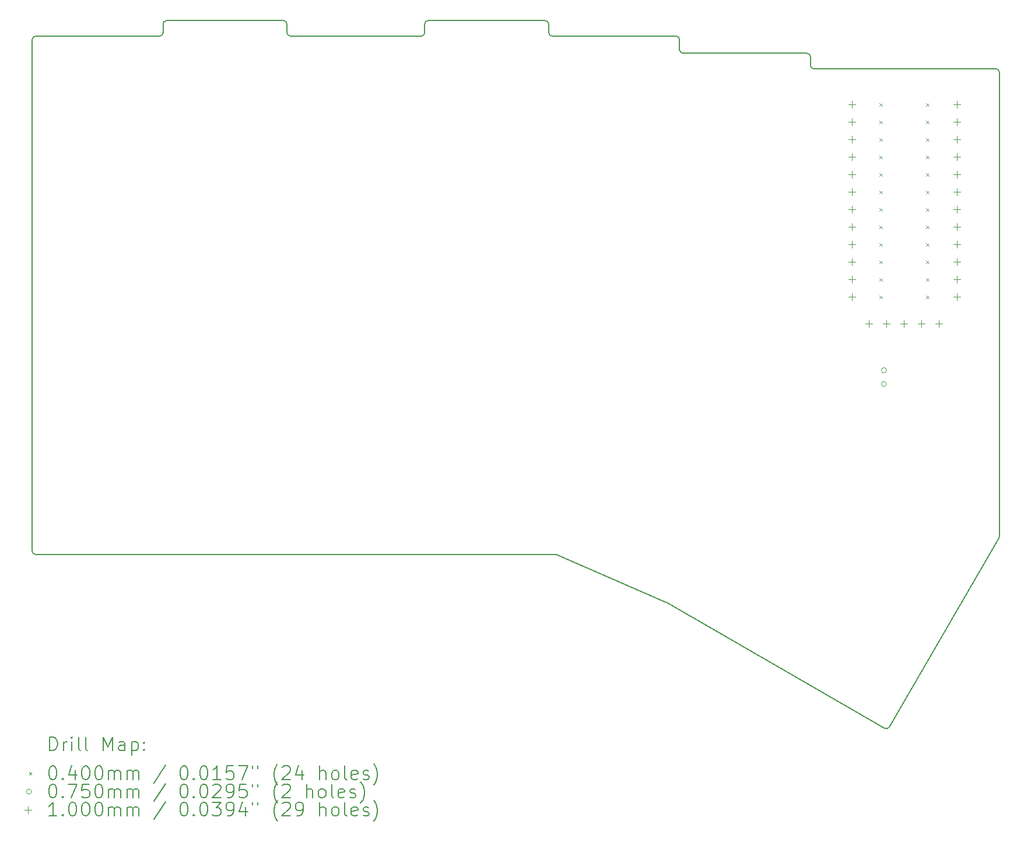
<source format=gbr>
%TF.GenerationSoftware,KiCad,Pcbnew,8.0.8+1*%
%TF.CreationDate,2025-06-17T15:49:30+00:00*%
%TF.ProjectId,eggada50_wireless,65676761-6461-4353-905f-776972656c65,0.2*%
%TF.SameCoordinates,Original*%
%TF.FileFunction,Drillmap*%
%TF.FilePolarity,Positive*%
%FSLAX45Y45*%
G04 Gerber Fmt 4.5, Leading zero omitted, Abs format (unit mm)*
G04 Created by KiCad (PCBNEW 8.0.8+1) date 2025-06-17 15:49:30*
%MOMM*%
%LPD*%
G01*
G04 APERTURE LIST*
%ADD10C,0.150000*%
%ADD11C,0.200000*%
%ADD12C,0.100000*%
G04 APERTURE END LIST*
D10*
X9108199Y-10874001D02*
X9108001Y-3449001D01*
X9158001Y-3399000D02*
X10958000Y-3399000D01*
X11008000Y-3349000D02*
X11008000Y-3223800D01*
X11058000Y-3173800D02*
X12758200Y-3173800D01*
X12808200Y-3223800D02*
X12808200Y-3349000D01*
X12858200Y-3399000D02*
X14758000Y-3399000D01*
X14808000Y-3349000D02*
X14808000Y-3223800D01*
X14858000Y-3173800D02*
X16558200Y-3173800D01*
X16608200Y-3223800D02*
X16608200Y-3349000D01*
X16658200Y-3399000D02*
X18458200Y-3399000D01*
X18508200Y-3449000D02*
X18508200Y-3598800D01*
X18558200Y-3648800D02*
X20358222Y-3648800D01*
X20408222Y-3698778D02*
X20408278Y-3824022D01*
X23119800Y-10734660D02*
X21553171Y-13431110D01*
X18316542Y-11620019D02*
X21484938Y-13449293D01*
X18311391Y-11617429D02*
X16717699Y-10928109D01*
X9158199Y-10924000D02*
X16697850Y-10924000D01*
X20458278Y-3874000D02*
X23101300Y-3874000D01*
X23151300Y-3924000D02*
X23151300Y-10666703D01*
X23144601Y-10691703D02*
X23119800Y-10734660D01*
X9108001Y-3449001D02*
G75*
G02*
X9158001Y-3399001I49999J1D01*
G01*
X11008000Y-3349000D02*
G75*
G02*
X10958000Y-3399000I-50000J0D01*
G01*
X11008000Y-3223800D02*
G75*
G02*
X11058000Y-3173800I50000J0D01*
G01*
X12758200Y-3173800D02*
G75*
G02*
X12808200Y-3223800I0J-50000D01*
G01*
X12858200Y-3399000D02*
G75*
G02*
X12808200Y-3349000I0J50000D01*
G01*
X14808000Y-3349000D02*
G75*
G02*
X14758000Y-3399000I-50000J0D01*
G01*
X14808000Y-3223800D02*
G75*
G02*
X14858000Y-3173800I50000J0D01*
G01*
X16558200Y-3173800D02*
G75*
G02*
X16608200Y-3223800I0J-50000D01*
G01*
X16658200Y-3399000D02*
G75*
G02*
X16608200Y-3349000I0J50000D01*
G01*
X18458200Y-3399000D02*
G75*
G02*
X18508200Y-3449000I0J-50000D01*
G01*
X18558200Y-3648800D02*
G75*
G02*
X18508200Y-3598800I0J50000D01*
G01*
X20358222Y-3648800D02*
G75*
G02*
X20408220Y-3698778I-2J-50000D01*
G01*
X20458278Y-3874000D02*
G75*
G02*
X20408280Y-3824022I2J50000D01*
G01*
X23101300Y-3874000D02*
G75*
G02*
X23151300Y-3924000I0J-50000D01*
G01*
X23151300Y-10666703D02*
G75*
G02*
X23144600Y-10691702I-50000J3D01*
G01*
X21553171Y-13431110D02*
G75*
G02*
X21484940Y-13449290I-43231J25120D01*
G01*
X18311391Y-11617429D02*
G75*
G02*
X18316542Y-11620019I-19851J-45891D01*
G01*
X16697850Y-10924000D02*
G75*
G02*
X16717699Y-10928109I0J-50000D01*
G01*
X9158199Y-10924000D02*
G75*
G02*
X9108200Y-10874001I1J50000D01*
G01*
D11*
D12*
X21410400Y-4372000D02*
X21450400Y-4412000D01*
X21450400Y-4372000D02*
X21410400Y-4412000D01*
X21410400Y-4626000D02*
X21450400Y-4666000D01*
X21450400Y-4626000D02*
X21410400Y-4666000D01*
X21410400Y-4880000D02*
X21450400Y-4920000D01*
X21450400Y-4880000D02*
X21410400Y-4920000D01*
X21410400Y-5134000D02*
X21450400Y-5174000D01*
X21450400Y-5134000D02*
X21410400Y-5174000D01*
X21410400Y-5388000D02*
X21450400Y-5428000D01*
X21450400Y-5388000D02*
X21410400Y-5428000D01*
X21410400Y-5642000D02*
X21450400Y-5682000D01*
X21450400Y-5642000D02*
X21410400Y-5682000D01*
X21410400Y-5896000D02*
X21450400Y-5936000D01*
X21450400Y-5896000D02*
X21410400Y-5936000D01*
X21410400Y-6150000D02*
X21450400Y-6190000D01*
X21450400Y-6150000D02*
X21410400Y-6190000D01*
X21410400Y-6404000D02*
X21450400Y-6444000D01*
X21450400Y-6404000D02*
X21410400Y-6444000D01*
X21410400Y-6658000D02*
X21450400Y-6698000D01*
X21450400Y-6658000D02*
X21410400Y-6698000D01*
X21410400Y-6912000D02*
X21450400Y-6952000D01*
X21450400Y-6912000D02*
X21410400Y-6952000D01*
X21410400Y-7166000D02*
X21450400Y-7206000D01*
X21450400Y-7166000D02*
X21410400Y-7206000D01*
X22090400Y-4372000D02*
X22130400Y-4412000D01*
X22130400Y-4372000D02*
X22090400Y-4412000D01*
X22090400Y-4626000D02*
X22130400Y-4666000D01*
X22130400Y-4626000D02*
X22090400Y-4666000D01*
X22090400Y-4880000D02*
X22130400Y-4920000D01*
X22130400Y-4880000D02*
X22090400Y-4920000D01*
X22090400Y-5134000D02*
X22130400Y-5174000D01*
X22130400Y-5134000D02*
X22090400Y-5174000D01*
X22090400Y-5388000D02*
X22130400Y-5428000D01*
X22130400Y-5388000D02*
X22090400Y-5428000D01*
X22090400Y-5642000D02*
X22130400Y-5682000D01*
X22130400Y-5642000D02*
X22090400Y-5682000D01*
X22090400Y-5896000D02*
X22130400Y-5936000D01*
X22130400Y-5896000D02*
X22090400Y-5936000D01*
X22090400Y-6150000D02*
X22130400Y-6190000D01*
X22130400Y-6150000D02*
X22090400Y-6190000D01*
X22090400Y-6404000D02*
X22130400Y-6444000D01*
X22130400Y-6404000D02*
X22090400Y-6444000D01*
X22090400Y-6658000D02*
X22130400Y-6698000D01*
X22130400Y-6658000D02*
X22090400Y-6698000D01*
X22090400Y-6912000D02*
X22130400Y-6952000D01*
X22130400Y-6912000D02*
X22090400Y-6952000D01*
X22090400Y-7166000D02*
X22130400Y-7206000D01*
X22130400Y-7166000D02*
X22090400Y-7206000D01*
X21512500Y-8250000D02*
G75*
G02*
X21437500Y-8250000I-37500J0D01*
G01*
X21437500Y-8250000D02*
G75*
G02*
X21512500Y-8250000I37500J0D01*
G01*
X21512500Y-8450000D02*
G75*
G02*
X21437500Y-8450000I-37500J0D01*
G01*
X21437500Y-8450000D02*
G75*
G02*
X21512500Y-8450000I37500J0D01*
G01*
X21008400Y-4342000D02*
X21008400Y-4442000D01*
X20958400Y-4392000D02*
X21058400Y-4392000D01*
X21008400Y-4596000D02*
X21008400Y-4696000D01*
X20958400Y-4646000D02*
X21058400Y-4646000D01*
X21008400Y-4850000D02*
X21008400Y-4950000D01*
X20958400Y-4900000D02*
X21058400Y-4900000D01*
X21008400Y-5104000D02*
X21008400Y-5204000D01*
X20958400Y-5154000D02*
X21058400Y-5154000D01*
X21008400Y-5358000D02*
X21008400Y-5458000D01*
X20958400Y-5408000D02*
X21058400Y-5408000D01*
X21008400Y-5612000D02*
X21008400Y-5712000D01*
X20958400Y-5662000D02*
X21058400Y-5662000D01*
X21008400Y-5866000D02*
X21008400Y-5966000D01*
X20958400Y-5916000D02*
X21058400Y-5916000D01*
X21008400Y-6120000D02*
X21008400Y-6220000D01*
X20958400Y-6170000D02*
X21058400Y-6170000D01*
X21008400Y-6374000D02*
X21008400Y-6474000D01*
X20958400Y-6424000D02*
X21058400Y-6424000D01*
X21008400Y-6628000D02*
X21008400Y-6728000D01*
X20958400Y-6678000D02*
X21058400Y-6678000D01*
X21008400Y-6882000D02*
X21008400Y-6982000D01*
X20958400Y-6932000D02*
X21058400Y-6932000D01*
X21008400Y-7136000D02*
X21008400Y-7236000D01*
X20958400Y-7186000D02*
X21058400Y-7186000D01*
X21256700Y-7520000D02*
X21256700Y-7620000D01*
X21206700Y-7570000D02*
X21306700Y-7570000D01*
X21510700Y-7520000D02*
X21510700Y-7620000D01*
X21460700Y-7570000D02*
X21560700Y-7570000D01*
X21764700Y-7520000D02*
X21764700Y-7620000D01*
X21714700Y-7570000D02*
X21814700Y-7570000D01*
X22018700Y-7520000D02*
X22018700Y-7620000D01*
X21968700Y-7570000D02*
X22068700Y-7570000D01*
X22272700Y-7520000D02*
X22272700Y-7620000D01*
X22222700Y-7570000D02*
X22322700Y-7570000D01*
X22532400Y-4342000D02*
X22532400Y-4442000D01*
X22482400Y-4392000D02*
X22582400Y-4392000D01*
X22532400Y-4596000D02*
X22532400Y-4696000D01*
X22482400Y-4646000D02*
X22582400Y-4646000D01*
X22532400Y-4850000D02*
X22532400Y-4950000D01*
X22482400Y-4900000D02*
X22582400Y-4900000D01*
X22532400Y-5104000D02*
X22532400Y-5204000D01*
X22482400Y-5154000D02*
X22582400Y-5154000D01*
X22532400Y-5358000D02*
X22532400Y-5458000D01*
X22482400Y-5408000D02*
X22582400Y-5408000D01*
X22532400Y-5612000D02*
X22532400Y-5712000D01*
X22482400Y-5662000D02*
X22582400Y-5662000D01*
X22532400Y-5866000D02*
X22532400Y-5966000D01*
X22482400Y-5916000D02*
X22582400Y-5916000D01*
X22532400Y-6120000D02*
X22532400Y-6220000D01*
X22482400Y-6170000D02*
X22582400Y-6170000D01*
X22532400Y-6374000D02*
X22532400Y-6474000D01*
X22482400Y-6424000D02*
X22582400Y-6424000D01*
X22532400Y-6628000D02*
X22532400Y-6728000D01*
X22482400Y-6678000D02*
X22582400Y-6678000D01*
X22532400Y-6882000D02*
X22532400Y-6982000D01*
X22482400Y-6932000D02*
X22582400Y-6932000D01*
X22532400Y-7136000D02*
X22532400Y-7236000D01*
X22482400Y-7186000D02*
X22582400Y-7186000D01*
D11*
X9361278Y-13774973D02*
X9361278Y-13574973D01*
X9361278Y-13574973D02*
X9408897Y-13574973D01*
X9408897Y-13574973D02*
X9437469Y-13584497D01*
X9437469Y-13584497D02*
X9456516Y-13603545D01*
X9456516Y-13603545D02*
X9466040Y-13622592D01*
X9466040Y-13622592D02*
X9475564Y-13660687D01*
X9475564Y-13660687D02*
X9475564Y-13689259D01*
X9475564Y-13689259D02*
X9466040Y-13727354D01*
X9466040Y-13727354D02*
X9456516Y-13746402D01*
X9456516Y-13746402D02*
X9437469Y-13765449D01*
X9437469Y-13765449D02*
X9408897Y-13774973D01*
X9408897Y-13774973D02*
X9361278Y-13774973D01*
X9561278Y-13774973D02*
X9561278Y-13641640D01*
X9561278Y-13679735D02*
X9570802Y-13660687D01*
X9570802Y-13660687D02*
X9580326Y-13651164D01*
X9580326Y-13651164D02*
X9599373Y-13641640D01*
X9599373Y-13641640D02*
X9618421Y-13641640D01*
X9685088Y-13774973D02*
X9685088Y-13641640D01*
X9685088Y-13574973D02*
X9675564Y-13584497D01*
X9675564Y-13584497D02*
X9685088Y-13594021D01*
X9685088Y-13594021D02*
X9694611Y-13584497D01*
X9694611Y-13584497D02*
X9685088Y-13574973D01*
X9685088Y-13574973D02*
X9685088Y-13594021D01*
X9808897Y-13774973D02*
X9789850Y-13765449D01*
X9789850Y-13765449D02*
X9780326Y-13746402D01*
X9780326Y-13746402D02*
X9780326Y-13574973D01*
X9913659Y-13774973D02*
X9894611Y-13765449D01*
X9894611Y-13765449D02*
X9885088Y-13746402D01*
X9885088Y-13746402D02*
X9885088Y-13574973D01*
X10142231Y-13774973D02*
X10142231Y-13574973D01*
X10142231Y-13574973D02*
X10208897Y-13717830D01*
X10208897Y-13717830D02*
X10275564Y-13574973D01*
X10275564Y-13574973D02*
X10275564Y-13774973D01*
X10456516Y-13774973D02*
X10456516Y-13670211D01*
X10456516Y-13670211D02*
X10446992Y-13651164D01*
X10446992Y-13651164D02*
X10427945Y-13641640D01*
X10427945Y-13641640D02*
X10389850Y-13641640D01*
X10389850Y-13641640D02*
X10370802Y-13651164D01*
X10456516Y-13765449D02*
X10437469Y-13774973D01*
X10437469Y-13774973D02*
X10389850Y-13774973D01*
X10389850Y-13774973D02*
X10370802Y-13765449D01*
X10370802Y-13765449D02*
X10361278Y-13746402D01*
X10361278Y-13746402D02*
X10361278Y-13727354D01*
X10361278Y-13727354D02*
X10370802Y-13708307D01*
X10370802Y-13708307D02*
X10389850Y-13698783D01*
X10389850Y-13698783D02*
X10437469Y-13698783D01*
X10437469Y-13698783D02*
X10456516Y-13689259D01*
X10551754Y-13641640D02*
X10551754Y-13841640D01*
X10551754Y-13651164D02*
X10570802Y-13641640D01*
X10570802Y-13641640D02*
X10608897Y-13641640D01*
X10608897Y-13641640D02*
X10627945Y-13651164D01*
X10627945Y-13651164D02*
X10637469Y-13660687D01*
X10637469Y-13660687D02*
X10646992Y-13679735D01*
X10646992Y-13679735D02*
X10646992Y-13736878D01*
X10646992Y-13736878D02*
X10637469Y-13755926D01*
X10637469Y-13755926D02*
X10627945Y-13765449D01*
X10627945Y-13765449D02*
X10608897Y-13774973D01*
X10608897Y-13774973D02*
X10570802Y-13774973D01*
X10570802Y-13774973D02*
X10551754Y-13765449D01*
X10732707Y-13755926D02*
X10742231Y-13765449D01*
X10742231Y-13765449D02*
X10732707Y-13774973D01*
X10732707Y-13774973D02*
X10723183Y-13765449D01*
X10723183Y-13765449D02*
X10732707Y-13755926D01*
X10732707Y-13755926D02*
X10732707Y-13774973D01*
X10732707Y-13651164D02*
X10742231Y-13660687D01*
X10742231Y-13660687D02*
X10732707Y-13670211D01*
X10732707Y-13670211D02*
X10723183Y-13660687D01*
X10723183Y-13660687D02*
X10732707Y-13651164D01*
X10732707Y-13651164D02*
X10732707Y-13670211D01*
D12*
X9060501Y-14083489D02*
X9100501Y-14123489D01*
X9100501Y-14083489D02*
X9060501Y-14123489D01*
D11*
X9399373Y-13994973D02*
X9418421Y-13994973D01*
X9418421Y-13994973D02*
X9437469Y-14004497D01*
X9437469Y-14004497D02*
X9446992Y-14014021D01*
X9446992Y-14014021D02*
X9456516Y-14033068D01*
X9456516Y-14033068D02*
X9466040Y-14071164D01*
X9466040Y-14071164D02*
X9466040Y-14118783D01*
X9466040Y-14118783D02*
X9456516Y-14156878D01*
X9456516Y-14156878D02*
X9446992Y-14175926D01*
X9446992Y-14175926D02*
X9437469Y-14185449D01*
X9437469Y-14185449D02*
X9418421Y-14194973D01*
X9418421Y-14194973D02*
X9399373Y-14194973D01*
X9399373Y-14194973D02*
X9380326Y-14185449D01*
X9380326Y-14185449D02*
X9370802Y-14175926D01*
X9370802Y-14175926D02*
X9361278Y-14156878D01*
X9361278Y-14156878D02*
X9351754Y-14118783D01*
X9351754Y-14118783D02*
X9351754Y-14071164D01*
X9351754Y-14071164D02*
X9361278Y-14033068D01*
X9361278Y-14033068D02*
X9370802Y-14014021D01*
X9370802Y-14014021D02*
X9380326Y-14004497D01*
X9380326Y-14004497D02*
X9399373Y-13994973D01*
X9551754Y-14175926D02*
X9561278Y-14185449D01*
X9561278Y-14185449D02*
X9551754Y-14194973D01*
X9551754Y-14194973D02*
X9542231Y-14185449D01*
X9542231Y-14185449D02*
X9551754Y-14175926D01*
X9551754Y-14175926D02*
X9551754Y-14194973D01*
X9732707Y-14061640D02*
X9732707Y-14194973D01*
X9685088Y-13985449D02*
X9637469Y-14128307D01*
X9637469Y-14128307D02*
X9761278Y-14128307D01*
X9875564Y-13994973D02*
X9894612Y-13994973D01*
X9894612Y-13994973D02*
X9913659Y-14004497D01*
X9913659Y-14004497D02*
X9923183Y-14014021D01*
X9923183Y-14014021D02*
X9932707Y-14033068D01*
X9932707Y-14033068D02*
X9942231Y-14071164D01*
X9942231Y-14071164D02*
X9942231Y-14118783D01*
X9942231Y-14118783D02*
X9932707Y-14156878D01*
X9932707Y-14156878D02*
X9923183Y-14175926D01*
X9923183Y-14175926D02*
X9913659Y-14185449D01*
X9913659Y-14185449D02*
X9894612Y-14194973D01*
X9894612Y-14194973D02*
X9875564Y-14194973D01*
X9875564Y-14194973D02*
X9856516Y-14185449D01*
X9856516Y-14185449D02*
X9846992Y-14175926D01*
X9846992Y-14175926D02*
X9837469Y-14156878D01*
X9837469Y-14156878D02*
X9827945Y-14118783D01*
X9827945Y-14118783D02*
X9827945Y-14071164D01*
X9827945Y-14071164D02*
X9837469Y-14033068D01*
X9837469Y-14033068D02*
X9846992Y-14014021D01*
X9846992Y-14014021D02*
X9856516Y-14004497D01*
X9856516Y-14004497D02*
X9875564Y-13994973D01*
X10066040Y-13994973D02*
X10085088Y-13994973D01*
X10085088Y-13994973D02*
X10104135Y-14004497D01*
X10104135Y-14004497D02*
X10113659Y-14014021D01*
X10113659Y-14014021D02*
X10123183Y-14033068D01*
X10123183Y-14033068D02*
X10132707Y-14071164D01*
X10132707Y-14071164D02*
X10132707Y-14118783D01*
X10132707Y-14118783D02*
X10123183Y-14156878D01*
X10123183Y-14156878D02*
X10113659Y-14175926D01*
X10113659Y-14175926D02*
X10104135Y-14185449D01*
X10104135Y-14185449D02*
X10085088Y-14194973D01*
X10085088Y-14194973D02*
X10066040Y-14194973D01*
X10066040Y-14194973D02*
X10046992Y-14185449D01*
X10046992Y-14185449D02*
X10037469Y-14175926D01*
X10037469Y-14175926D02*
X10027945Y-14156878D01*
X10027945Y-14156878D02*
X10018421Y-14118783D01*
X10018421Y-14118783D02*
X10018421Y-14071164D01*
X10018421Y-14071164D02*
X10027945Y-14033068D01*
X10027945Y-14033068D02*
X10037469Y-14014021D01*
X10037469Y-14014021D02*
X10046992Y-14004497D01*
X10046992Y-14004497D02*
X10066040Y-13994973D01*
X10218421Y-14194973D02*
X10218421Y-14061640D01*
X10218421Y-14080687D02*
X10227945Y-14071164D01*
X10227945Y-14071164D02*
X10246992Y-14061640D01*
X10246992Y-14061640D02*
X10275564Y-14061640D01*
X10275564Y-14061640D02*
X10294612Y-14071164D01*
X10294612Y-14071164D02*
X10304135Y-14090211D01*
X10304135Y-14090211D02*
X10304135Y-14194973D01*
X10304135Y-14090211D02*
X10313659Y-14071164D01*
X10313659Y-14071164D02*
X10332707Y-14061640D01*
X10332707Y-14061640D02*
X10361278Y-14061640D01*
X10361278Y-14061640D02*
X10380326Y-14071164D01*
X10380326Y-14071164D02*
X10389850Y-14090211D01*
X10389850Y-14090211D02*
X10389850Y-14194973D01*
X10485088Y-14194973D02*
X10485088Y-14061640D01*
X10485088Y-14080687D02*
X10494612Y-14071164D01*
X10494612Y-14071164D02*
X10513659Y-14061640D01*
X10513659Y-14061640D02*
X10542231Y-14061640D01*
X10542231Y-14061640D02*
X10561278Y-14071164D01*
X10561278Y-14071164D02*
X10570802Y-14090211D01*
X10570802Y-14090211D02*
X10570802Y-14194973D01*
X10570802Y-14090211D02*
X10580326Y-14071164D01*
X10580326Y-14071164D02*
X10599373Y-14061640D01*
X10599373Y-14061640D02*
X10627945Y-14061640D01*
X10627945Y-14061640D02*
X10646993Y-14071164D01*
X10646993Y-14071164D02*
X10656516Y-14090211D01*
X10656516Y-14090211D02*
X10656516Y-14194973D01*
X11046993Y-13985449D02*
X10875564Y-14242592D01*
X11304135Y-13994973D02*
X11323183Y-13994973D01*
X11323183Y-13994973D02*
X11342231Y-14004497D01*
X11342231Y-14004497D02*
X11351754Y-14014021D01*
X11351754Y-14014021D02*
X11361278Y-14033068D01*
X11361278Y-14033068D02*
X11370802Y-14071164D01*
X11370802Y-14071164D02*
X11370802Y-14118783D01*
X11370802Y-14118783D02*
X11361278Y-14156878D01*
X11361278Y-14156878D02*
X11351754Y-14175926D01*
X11351754Y-14175926D02*
X11342231Y-14185449D01*
X11342231Y-14185449D02*
X11323183Y-14194973D01*
X11323183Y-14194973D02*
X11304135Y-14194973D01*
X11304135Y-14194973D02*
X11285088Y-14185449D01*
X11285088Y-14185449D02*
X11275564Y-14175926D01*
X11275564Y-14175926D02*
X11266040Y-14156878D01*
X11266040Y-14156878D02*
X11256516Y-14118783D01*
X11256516Y-14118783D02*
X11256516Y-14071164D01*
X11256516Y-14071164D02*
X11266040Y-14033068D01*
X11266040Y-14033068D02*
X11275564Y-14014021D01*
X11275564Y-14014021D02*
X11285088Y-14004497D01*
X11285088Y-14004497D02*
X11304135Y-13994973D01*
X11456516Y-14175926D02*
X11466040Y-14185449D01*
X11466040Y-14185449D02*
X11456516Y-14194973D01*
X11456516Y-14194973D02*
X11446993Y-14185449D01*
X11446993Y-14185449D02*
X11456516Y-14175926D01*
X11456516Y-14175926D02*
X11456516Y-14194973D01*
X11589850Y-13994973D02*
X11608897Y-13994973D01*
X11608897Y-13994973D02*
X11627945Y-14004497D01*
X11627945Y-14004497D02*
X11637469Y-14014021D01*
X11637469Y-14014021D02*
X11646993Y-14033068D01*
X11646993Y-14033068D02*
X11656516Y-14071164D01*
X11656516Y-14071164D02*
X11656516Y-14118783D01*
X11656516Y-14118783D02*
X11646993Y-14156878D01*
X11646993Y-14156878D02*
X11637469Y-14175926D01*
X11637469Y-14175926D02*
X11627945Y-14185449D01*
X11627945Y-14185449D02*
X11608897Y-14194973D01*
X11608897Y-14194973D02*
X11589850Y-14194973D01*
X11589850Y-14194973D02*
X11570802Y-14185449D01*
X11570802Y-14185449D02*
X11561278Y-14175926D01*
X11561278Y-14175926D02*
X11551754Y-14156878D01*
X11551754Y-14156878D02*
X11542231Y-14118783D01*
X11542231Y-14118783D02*
X11542231Y-14071164D01*
X11542231Y-14071164D02*
X11551754Y-14033068D01*
X11551754Y-14033068D02*
X11561278Y-14014021D01*
X11561278Y-14014021D02*
X11570802Y-14004497D01*
X11570802Y-14004497D02*
X11589850Y-13994973D01*
X11846993Y-14194973D02*
X11732707Y-14194973D01*
X11789850Y-14194973D02*
X11789850Y-13994973D01*
X11789850Y-13994973D02*
X11770802Y-14023545D01*
X11770802Y-14023545D02*
X11751754Y-14042592D01*
X11751754Y-14042592D02*
X11732707Y-14052116D01*
X12027945Y-13994973D02*
X11932707Y-13994973D01*
X11932707Y-13994973D02*
X11923183Y-14090211D01*
X11923183Y-14090211D02*
X11932707Y-14080687D01*
X11932707Y-14080687D02*
X11951754Y-14071164D01*
X11951754Y-14071164D02*
X11999374Y-14071164D01*
X11999374Y-14071164D02*
X12018421Y-14080687D01*
X12018421Y-14080687D02*
X12027945Y-14090211D01*
X12027945Y-14090211D02*
X12037469Y-14109259D01*
X12037469Y-14109259D02*
X12037469Y-14156878D01*
X12037469Y-14156878D02*
X12027945Y-14175926D01*
X12027945Y-14175926D02*
X12018421Y-14185449D01*
X12018421Y-14185449D02*
X11999374Y-14194973D01*
X11999374Y-14194973D02*
X11951754Y-14194973D01*
X11951754Y-14194973D02*
X11932707Y-14185449D01*
X11932707Y-14185449D02*
X11923183Y-14175926D01*
X12104135Y-13994973D02*
X12237469Y-13994973D01*
X12237469Y-13994973D02*
X12151754Y-14194973D01*
X12304135Y-13994973D02*
X12304135Y-14033068D01*
X12380326Y-13994973D02*
X12380326Y-14033068D01*
X12675564Y-14271164D02*
X12666040Y-14261640D01*
X12666040Y-14261640D02*
X12646993Y-14233068D01*
X12646993Y-14233068D02*
X12637469Y-14214021D01*
X12637469Y-14214021D02*
X12627945Y-14185449D01*
X12627945Y-14185449D02*
X12618421Y-14137830D01*
X12618421Y-14137830D02*
X12618421Y-14099735D01*
X12618421Y-14099735D02*
X12627945Y-14052116D01*
X12627945Y-14052116D02*
X12637469Y-14023545D01*
X12637469Y-14023545D02*
X12646993Y-14004497D01*
X12646993Y-14004497D02*
X12666040Y-13975926D01*
X12666040Y-13975926D02*
X12675564Y-13966402D01*
X12742231Y-14014021D02*
X12751755Y-14004497D01*
X12751755Y-14004497D02*
X12770802Y-13994973D01*
X12770802Y-13994973D02*
X12818421Y-13994973D01*
X12818421Y-13994973D02*
X12837469Y-14004497D01*
X12837469Y-14004497D02*
X12846993Y-14014021D01*
X12846993Y-14014021D02*
X12856516Y-14033068D01*
X12856516Y-14033068D02*
X12856516Y-14052116D01*
X12856516Y-14052116D02*
X12846993Y-14080687D01*
X12846993Y-14080687D02*
X12732707Y-14194973D01*
X12732707Y-14194973D02*
X12856516Y-14194973D01*
X13027945Y-14061640D02*
X13027945Y-14194973D01*
X12980326Y-13985449D02*
X12932707Y-14128307D01*
X12932707Y-14128307D02*
X13056516Y-14128307D01*
X13285088Y-14194973D02*
X13285088Y-13994973D01*
X13370802Y-14194973D02*
X13370802Y-14090211D01*
X13370802Y-14090211D02*
X13361278Y-14071164D01*
X13361278Y-14071164D02*
X13342231Y-14061640D01*
X13342231Y-14061640D02*
X13313659Y-14061640D01*
X13313659Y-14061640D02*
X13294612Y-14071164D01*
X13294612Y-14071164D02*
X13285088Y-14080687D01*
X13494612Y-14194973D02*
X13475564Y-14185449D01*
X13475564Y-14185449D02*
X13466040Y-14175926D01*
X13466040Y-14175926D02*
X13456517Y-14156878D01*
X13456517Y-14156878D02*
X13456517Y-14099735D01*
X13456517Y-14099735D02*
X13466040Y-14080687D01*
X13466040Y-14080687D02*
X13475564Y-14071164D01*
X13475564Y-14071164D02*
X13494612Y-14061640D01*
X13494612Y-14061640D02*
X13523183Y-14061640D01*
X13523183Y-14061640D02*
X13542231Y-14071164D01*
X13542231Y-14071164D02*
X13551755Y-14080687D01*
X13551755Y-14080687D02*
X13561278Y-14099735D01*
X13561278Y-14099735D02*
X13561278Y-14156878D01*
X13561278Y-14156878D02*
X13551755Y-14175926D01*
X13551755Y-14175926D02*
X13542231Y-14185449D01*
X13542231Y-14185449D02*
X13523183Y-14194973D01*
X13523183Y-14194973D02*
X13494612Y-14194973D01*
X13675564Y-14194973D02*
X13656517Y-14185449D01*
X13656517Y-14185449D02*
X13646993Y-14166402D01*
X13646993Y-14166402D02*
X13646993Y-13994973D01*
X13827945Y-14185449D02*
X13808898Y-14194973D01*
X13808898Y-14194973D02*
X13770802Y-14194973D01*
X13770802Y-14194973D02*
X13751755Y-14185449D01*
X13751755Y-14185449D02*
X13742231Y-14166402D01*
X13742231Y-14166402D02*
X13742231Y-14090211D01*
X13742231Y-14090211D02*
X13751755Y-14071164D01*
X13751755Y-14071164D02*
X13770802Y-14061640D01*
X13770802Y-14061640D02*
X13808898Y-14061640D01*
X13808898Y-14061640D02*
X13827945Y-14071164D01*
X13827945Y-14071164D02*
X13837469Y-14090211D01*
X13837469Y-14090211D02*
X13837469Y-14109259D01*
X13837469Y-14109259D02*
X13742231Y-14128307D01*
X13913659Y-14185449D02*
X13932707Y-14194973D01*
X13932707Y-14194973D02*
X13970802Y-14194973D01*
X13970802Y-14194973D02*
X13989850Y-14185449D01*
X13989850Y-14185449D02*
X13999374Y-14166402D01*
X13999374Y-14166402D02*
X13999374Y-14156878D01*
X13999374Y-14156878D02*
X13989850Y-14137830D01*
X13989850Y-14137830D02*
X13970802Y-14128307D01*
X13970802Y-14128307D02*
X13942231Y-14128307D01*
X13942231Y-14128307D02*
X13923183Y-14118783D01*
X13923183Y-14118783D02*
X13913659Y-14099735D01*
X13913659Y-14099735D02*
X13913659Y-14090211D01*
X13913659Y-14090211D02*
X13923183Y-14071164D01*
X13923183Y-14071164D02*
X13942231Y-14061640D01*
X13942231Y-14061640D02*
X13970802Y-14061640D01*
X13970802Y-14061640D02*
X13989850Y-14071164D01*
X14066040Y-14271164D02*
X14075564Y-14261640D01*
X14075564Y-14261640D02*
X14094612Y-14233068D01*
X14094612Y-14233068D02*
X14104136Y-14214021D01*
X14104136Y-14214021D02*
X14113659Y-14185449D01*
X14113659Y-14185449D02*
X14123183Y-14137830D01*
X14123183Y-14137830D02*
X14123183Y-14099735D01*
X14123183Y-14099735D02*
X14113659Y-14052116D01*
X14113659Y-14052116D02*
X14104136Y-14023545D01*
X14104136Y-14023545D02*
X14094612Y-14004497D01*
X14094612Y-14004497D02*
X14075564Y-13975926D01*
X14075564Y-13975926D02*
X14066040Y-13966402D01*
D12*
X9100501Y-14367489D02*
G75*
G02*
X9025501Y-14367489I-37500J0D01*
G01*
X9025501Y-14367489D02*
G75*
G02*
X9100501Y-14367489I37500J0D01*
G01*
D11*
X9399373Y-14258973D02*
X9418421Y-14258973D01*
X9418421Y-14258973D02*
X9437469Y-14268497D01*
X9437469Y-14268497D02*
X9446992Y-14278021D01*
X9446992Y-14278021D02*
X9456516Y-14297068D01*
X9456516Y-14297068D02*
X9466040Y-14335164D01*
X9466040Y-14335164D02*
X9466040Y-14382783D01*
X9466040Y-14382783D02*
X9456516Y-14420878D01*
X9456516Y-14420878D02*
X9446992Y-14439926D01*
X9446992Y-14439926D02*
X9437469Y-14449449D01*
X9437469Y-14449449D02*
X9418421Y-14458973D01*
X9418421Y-14458973D02*
X9399373Y-14458973D01*
X9399373Y-14458973D02*
X9380326Y-14449449D01*
X9380326Y-14449449D02*
X9370802Y-14439926D01*
X9370802Y-14439926D02*
X9361278Y-14420878D01*
X9361278Y-14420878D02*
X9351754Y-14382783D01*
X9351754Y-14382783D02*
X9351754Y-14335164D01*
X9351754Y-14335164D02*
X9361278Y-14297068D01*
X9361278Y-14297068D02*
X9370802Y-14278021D01*
X9370802Y-14278021D02*
X9380326Y-14268497D01*
X9380326Y-14268497D02*
X9399373Y-14258973D01*
X9551754Y-14439926D02*
X9561278Y-14449449D01*
X9561278Y-14449449D02*
X9551754Y-14458973D01*
X9551754Y-14458973D02*
X9542231Y-14449449D01*
X9542231Y-14449449D02*
X9551754Y-14439926D01*
X9551754Y-14439926D02*
X9551754Y-14458973D01*
X9627945Y-14258973D02*
X9761278Y-14258973D01*
X9761278Y-14258973D02*
X9675564Y-14458973D01*
X9932707Y-14258973D02*
X9837469Y-14258973D01*
X9837469Y-14258973D02*
X9827945Y-14354211D01*
X9827945Y-14354211D02*
X9837469Y-14344687D01*
X9837469Y-14344687D02*
X9856516Y-14335164D01*
X9856516Y-14335164D02*
X9904135Y-14335164D01*
X9904135Y-14335164D02*
X9923183Y-14344687D01*
X9923183Y-14344687D02*
X9932707Y-14354211D01*
X9932707Y-14354211D02*
X9942231Y-14373259D01*
X9942231Y-14373259D02*
X9942231Y-14420878D01*
X9942231Y-14420878D02*
X9932707Y-14439926D01*
X9932707Y-14439926D02*
X9923183Y-14449449D01*
X9923183Y-14449449D02*
X9904135Y-14458973D01*
X9904135Y-14458973D02*
X9856516Y-14458973D01*
X9856516Y-14458973D02*
X9837469Y-14449449D01*
X9837469Y-14449449D02*
X9827945Y-14439926D01*
X10066040Y-14258973D02*
X10085088Y-14258973D01*
X10085088Y-14258973D02*
X10104135Y-14268497D01*
X10104135Y-14268497D02*
X10113659Y-14278021D01*
X10113659Y-14278021D02*
X10123183Y-14297068D01*
X10123183Y-14297068D02*
X10132707Y-14335164D01*
X10132707Y-14335164D02*
X10132707Y-14382783D01*
X10132707Y-14382783D02*
X10123183Y-14420878D01*
X10123183Y-14420878D02*
X10113659Y-14439926D01*
X10113659Y-14439926D02*
X10104135Y-14449449D01*
X10104135Y-14449449D02*
X10085088Y-14458973D01*
X10085088Y-14458973D02*
X10066040Y-14458973D01*
X10066040Y-14458973D02*
X10046992Y-14449449D01*
X10046992Y-14449449D02*
X10037469Y-14439926D01*
X10037469Y-14439926D02*
X10027945Y-14420878D01*
X10027945Y-14420878D02*
X10018421Y-14382783D01*
X10018421Y-14382783D02*
X10018421Y-14335164D01*
X10018421Y-14335164D02*
X10027945Y-14297068D01*
X10027945Y-14297068D02*
X10037469Y-14278021D01*
X10037469Y-14278021D02*
X10046992Y-14268497D01*
X10046992Y-14268497D02*
X10066040Y-14258973D01*
X10218421Y-14458973D02*
X10218421Y-14325640D01*
X10218421Y-14344687D02*
X10227945Y-14335164D01*
X10227945Y-14335164D02*
X10246992Y-14325640D01*
X10246992Y-14325640D02*
X10275564Y-14325640D01*
X10275564Y-14325640D02*
X10294612Y-14335164D01*
X10294612Y-14335164D02*
X10304135Y-14354211D01*
X10304135Y-14354211D02*
X10304135Y-14458973D01*
X10304135Y-14354211D02*
X10313659Y-14335164D01*
X10313659Y-14335164D02*
X10332707Y-14325640D01*
X10332707Y-14325640D02*
X10361278Y-14325640D01*
X10361278Y-14325640D02*
X10380326Y-14335164D01*
X10380326Y-14335164D02*
X10389850Y-14354211D01*
X10389850Y-14354211D02*
X10389850Y-14458973D01*
X10485088Y-14458973D02*
X10485088Y-14325640D01*
X10485088Y-14344687D02*
X10494612Y-14335164D01*
X10494612Y-14335164D02*
X10513659Y-14325640D01*
X10513659Y-14325640D02*
X10542231Y-14325640D01*
X10542231Y-14325640D02*
X10561278Y-14335164D01*
X10561278Y-14335164D02*
X10570802Y-14354211D01*
X10570802Y-14354211D02*
X10570802Y-14458973D01*
X10570802Y-14354211D02*
X10580326Y-14335164D01*
X10580326Y-14335164D02*
X10599373Y-14325640D01*
X10599373Y-14325640D02*
X10627945Y-14325640D01*
X10627945Y-14325640D02*
X10646993Y-14335164D01*
X10646993Y-14335164D02*
X10656516Y-14354211D01*
X10656516Y-14354211D02*
X10656516Y-14458973D01*
X11046993Y-14249449D02*
X10875564Y-14506592D01*
X11304135Y-14258973D02*
X11323183Y-14258973D01*
X11323183Y-14258973D02*
X11342231Y-14268497D01*
X11342231Y-14268497D02*
X11351754Y-14278021D01*
X11351754Y-14278021D02*
X11361278Y-14297068D01*
X11361278Y-14297068D02*
X11370802Y-14335164D01*
X11370802Y-14335164D02*
X11370802Y-14382783D01*
X11370802Y-14382783D02*
X11361278Y-14420878D01*
X11361278Y-14420878D02*
X11351754Y-14439926D01*
X11351754Y-14439926D02*
X11342231Y-14449449D01*
X11342231Y-14449449D02*
X11323183Y-14458973D01*
X11323183Y-14458973D02*
X11304135Y-14458973D01*
X11304135Y-14458973D02*
X11285088Y-14449449D01*
X11285088Y-14449449D02*
X11275564Y-14439926D01*
X11275564Y-14439926D02*
X11266040Y-14420878D01*
X11266040Y-14420878D02*
X11256516Y-14382783D01*
X11256516Y-14382783D02*
X11256516Y-14335164D01*
X11256516Y-14335164D02*
X11266040Y-14297068D01*
X11266040Y-14297068D02*
X11275564Y-14278021D01*
X11275564Y-14278021D02*
X11285088Y-14268497D01*
X11285088Y-14268497D02*
X11304135Y-14258973D01*
X11456516Y-14439926D02*
X11466040Y-14449449D01*
X11466040Y-14449449D02*
X11456516Y-14458973D01*
X11456516Y-14458973D02*
X11446993Y-14449449D01*
X11446993Y-14449449D02*
X11456516Y-14439926D01*
X11456516Y-14439926D02*
X11456516Y-14458973D01*
X11589850Y-14258973D02*
X11608897Y-14258973D01*
X11608897Y-14258973D02*
X11627945Y-14268497D01*
X11627945Y-14268497D02*
X11637469Y-14278021D01*
X11637469Y-14278021D02*
X11646993Y-14297068D01*
X11646993Y-14297068D02*
X11656516Y-14335164D01*
X11656516Y-14335164D02*
X11656516Y-14382783D01*
X11656516Y-14382783D02*
X11646993Y-14420878D01*
X11646993Y-14420878D02*
X11637469Y-14439926D01*
X11637469Y-14439926D02*
X11627945Y-14449449D01*
X11627945Y-14449449D02*
X11608897Y-14458973D01*
X11608897Y-14458973D02*
X11589850Y-14458973D01*
X11589850Y-14458973D02*
X11570802Y-14449449D01*
X11570802Y-14449449D02*
X11561278Y-14439926D01*
X11561278Y-14439926D02*
X11551754Y-14420878D01*
X11551754Y-14420878D02*
X11542231Y-14382783D01*
X11542231Y-14382783D02*
X11542231Y-14335164D01*
X11542231Y-14335164D02*
X11551754Y-14297068D01*
X11551754Y-14297068D02*
X11561278Y-14278021D01*
X11561278Y-14278021D02*
X11570802Y-14268497D01*
X11570802Y-14268497D02*
X11589850Y-14258973D01*
X11732707Y-14278021D02*
X11742231Y-14268497D01*
X11742231Y-14268497D02*
X11761278Y-14258973D01*
X11761278Y-14258973D02*
X11808897Y-14258973D01*
X11808897Y-14258973D02*
X11827945Y-14268497D01*
X11827945Y-14268497D02*
X11837469Y-14278021D01*
X11837469Y-14278021D02*
X11846993Y-14297068D01*
X11846993Y-14297068D02*
X11846993Y-14316116D01*
X11846993Y-14316116D02*
X11837469Y-14344687D01*
X11837469Y-14344687D02*
X11723183Y-14458973D01*
X11723183Y-14458973D02*
X11846993Y-14458973D01*
X11942231Y-14458973D02*
X11980326Y-14458973D01*
X11980326Y-14458973D02*
X11999374Y-14449449D01*
X11999374Y-14449449D02*
X12008897Y-14439926D01*
X12008897Y-14439926D02*
X12027945Y-14411354D01*
X12027945Y-14411354D02*
X12037469Y-14373259D01*
X12037469Y-14373259D02*
X12037469Y-14297068D01*
X12037469Y-14297068D02*
X12027945Y-14278021D01*
X12027945Y-14278021D02*
X12018421Y-14268497D01*
X12018421Y-14268497D02*
X11999374Y-14258973D01*
X11999374Y-14258973D02*
X11961278Y-14258973D01*
X11961278Y-14258973D02*
X11942231Y-14268497D01*
X11942231Y-14268497D02*
X11932707Y-14278021D01*
X11932707Y-14278021D02*
X11923183Y-14297068D01*
X11923183Y-14297068D02*
X11923183Y-14344687D01*
X11923183Y-14344687D02*
X11932707Y-14363735D01*
X11932707Y-14363735D02*
X11942231Y-14373259D01*
X11942231Y-14373259D02*
X11961278Y-14382783D01*
X11961278Y-14382783D02*
X11999374Y-14382783D01*
X11999374Y-14382783D02*
X12018421Y-14373259D01*
X12018421Y-14373259D02*
X12027945Y-14363735D01*
X12027945Y-14363735D02*
X12037469Y-14344687D01*
X12218421Y-14258973D02*
X12123183Y-14258973D01*
X12123183Y-14258973D02*
X12113659Y-14354211D01*
X12113659Y-14354211D02*
X12123183Y-14344687D01*
X12123183Y-14344687D02*
X12142231Y-14335164D01*
X12142231Y-14335164D02*
X12189850Y-14335164D01*
X12189850Y-14335164D02*
X12208897Y-14344687D01*
X12208897Y-14344687D02*
X12218421Y-14354211D01*
X12218421Y-14354211D02*
X12227945Y-14373259D01*
X12227945Y-14373259D02*
X12227945Y-14420878D01*
X12227945Y-14420878D02*
X12218421Y-14439926D01*
X12218421Y-14439926D02*
X12208897Y-14449449D01*
X12208897Y-14449449D02*
X12189850Y-14458973D01*
X12189850Y-14458973D02*
X12142231Y-14458973D01*
X12142231Y-14458973D02*
X12123183Y-14449449D01*
X12123183Y-14449449D02*
X12113659Y-14439926D01*
X12304135Y-14258973D02*
X12304135Y-14297068D01*
X12380326Y-14258973D02*
X12380326Y-14297068D01*
X12675564Y-14535164D02*
X12666040Y-14525640D01*
X12666040Y-14525640D02*
X12646993Y-14497068D01*
X12646993Y-14497068D02*
X12637469Y-14478021D01*
X12637469Y-14478021D02*
X12627945Y-14449449D01*
X12627945Y-14449449D02*
X12618421Y-14401830D01*
X12618421Y-14401830D02*
X12618421Y-14363735D01*
X12618421Y-14363735D02*
X12627945Y-14316116D01*
X12627945Y-14316116D02*
X12637469Y-14287545D01*
X12637469Y-14287545D02*
X12646993Y-14268497D01*
X12646993Y-14268497D02*
X12666040Y-14239926D01*
X12666040Y-14239926D02*
X12675564Y-14230402D01*
X12742231Y-14278021D02*
X12751755Y-14268497D01*
X12751755Y-14268497D02*
X12770802Y-14258973D01*
X12770802Y-14258973D02*
X12818421Y-14258973D01*
X12818421Y-14258973D02*
X12837469Y-14268497D01*
X12837469Y-14268497D02*
X12846993Y-14278021D01*
X12846993Y-14278021D02*
X12856516Y-14297068D01*
X12856516Y-14297068D02*
X12856516Y-14316116D01*
X12856516Y-14316116D02*
X12846993Y-14344687D01*
X12846993Y-14344687D02*
X12732707Y-14458973D01*
X12732707Y-14458973D02*
X12856516Y-14458973D01*
X13094612Y-14458973D02*
X13094612Y-14258973D01*
X13180326Y-14458973D02*
X13180326Y-14354211D01*
X13180326Y-14354211D02*
X13170802Y-14335164D01*
X13170802Y-14335164D02*
X13151755Y-14325640D01*
X13151755Y-14325640D02*
X13123183Y-14325640D01*
X13123183Y-14325640D02*
X13104136Y-14335164D01*
X13104136Y-14335164D02*
X13094612Y-14344687D01*
X13304136Y-14458973D02*
X13285088Y-14449449D01*
X13285088Y-14449449D02*
X13275564Y-14439926D01*
X13275564Y-14439926D02*
X13266040Y-14420878D01*
X13266040Y-14420878D02*
X13266040Y-14363735D01*
X13266040Y-14363735D02*
X13275564Y-14344687D01*
X13275564Y-14344687D02*
X13285088Y-14335164D01*
X13285088Y-14335164D02*
X13304136Y-14325640D01*
X13304136Y-14325640D02*
X13332707Y-14325640D01*
X13332707Y-14325640D02*
X13351755Y-14335164D01*
X13351755Y-14335164D02*
X13361278Y-14344687D01*
X13361278Y-14344687D02*
X13370802Y-14363735D01*
X13370802Y-14363735D02*
X13370802Y-14420878D01*
X13370802Y-14420878D02*
X13361278Y-14439926D01*
X13361278Y-14439926D02*
X13351755Y-14449449D01*
X13351755Y-14449449D02*
X13332707Y-14458973D01*
X13332707Y-14458973D02*
X13304136Y-14458973D01*
X13485088Y-14458973D02*
X13466040Y-14449449D01*
X13466040Y-14449449D02*
X13456517Y-14430402D01*
X13456517Y-14430402D02*
X13456517Y-14258973D01*
X13637469Y-14449449D02*
X13618421Y-14458973D01*
X13618421Y-14458973D02*
X13580326Y-14458973D01*
X13580326Y-14458973D02*
X13561278Y-14449449D01*
X13561278Y-14449449D02*
X13551755Y-14430402D01*
X13551755Y-14430402D02*
X13551755Y-14354211D01*
X13551755Y-14354211D02*
X13561278Y-14335164D01*
X13561278Y-14335164D02*
X13580326Y-14325640D01*
X13580326Y-14325640D02*
X13618421Y-14325640D01*
X13618421Y-14325640D02*
X13637469Y-14335164D01*
X13637469Y-14335164D02*
X13646993Y-14354211D01*
X13646993Y-14354211D02*
X13646993Y-14373259D01*
X13646993Y-14373259D02*
X13551755Y-14392307D01*
X13723183Y-14449449D02*
X13742231Y-14458973D01*
X13742231Y-14458973D02*
X13780326Y-14458973D01*
X13780326Y-14458973D02*
X13799374Y-14449449D01*
X13799374Y-14449449D02*
X13808898Y-14430402D01*
X13808898Y-14430402D02*
X13808898Y-14420878D01*
X13808898Y-14420878D02*
X13799374Y-14401830D01*
X13799374Y-14401830D02*
X13780326Y-14392307D01*
X13780326Y-14392307D02*
X13751755Y-14392307D01*
X13751755Y-14392307D02*
X13732707Y-14382783D01*
X13732707Y-14382783D02*
X13723183Y-14363735D01*
X13723183Y-14363735D02*
X13723183Y-14354211D01*
X13723183Y-14354211D02*
X13732707Y-14335164D01*
X13732707Y-14335164D02*
X13751755Y-14325640D01*
X13751755Y-14325640D02*
X13780326Y-14325640D01*
X13780326Y-14325640D02*
X13799374Y-14335164D01*
X13875564Y-14535164D02*
X13885088Y-14525640D01*
X13885088Y-14525640D02*
X13904136Y-14497068D01*
X13904136Y-14497068D02*
X13913659Y-14478021D01*
X13913659Y-14478021D02*
X13923183Y-14449449D01*
X13923183Y-14449449D02*
X13932707Y-14401830D01*
X13932707Y-14401830D02*
X13932707Y-14363735D01*
X13932707Y-14363735D02*
X13923183Y-14316116D01*
X13923183Y-14316116D02*
X13913659Y-14287545D01*
X13913659Y-14287545D02*
X13904136Y-14268497D01*
X13904136Y-14268497D02*
X13885088Y-14239926D01*
X13885088Y-14239926D02*
X13875564Y-14230402D01*
D12*
X9050501Y-14581489D02*
X9050501Y-14681489D01*
X9000501Y-14631489D02*
X9100501Y-14631489D01*
D11*
X9466040Y-14722973D02*
X9351754Y-14722973D01*
X9408897Y-14722973D02*
X9408897Y-14522973D01*
X9408897Y-14522973D02*
X9389850Y-14551545D01*
X9389850Y-14551545D02*
X9370802Y-14570592D01*
X9370802Y-14570592D02*
X9351754Y-14580116D01*
X9551754Y-14703926D02*
X9561278Y-14713449D01*
X9561278Y-14713449D02*
X9551754Y-14722973D01*
X9551754Y-14722973D02*
X9542231Y-14713449D01*
X9542231Y-14713449D02*
X9551754Y-14703926D01*
X9551754Y-14703926D02*
X9551754Y-14722973D01*
X9685088Y-14522973D02*
X9704135Y-14522973D01*
X9704135Y-14522973D02*
X9723183Y-14532497D01*
X9723183Y-14532497D02*
X9732707Y-14542021D01*
X9732707Y-14542021D02*
X9742231Y-14561068D01*
X9742231Y-14561068D02*
X9751754Y-14599164D01*
X9751754Y-14599164D02*
X9751754Y-14646783D01*
X9751754Y-14646783D02*
X9742231Y-14684878D01*
X9742231Y-14684878D02*
X9732707Y-14703926D01*
X9732707Y-14703926D02*
X9723183Y-14713449D01*
X9723183Y-14713449D02*
X9704135Y-14722973D01*
X9704135Y-14722973D02*
X9685088Y-14722973D01*
X9685088Y-14722973D02*
X9666040Y-14713449D01*
X9666040Y-14713449D02*
X9656516Y-14703926D01*
X9656516Y-14703926D02*
X9646992Y-14684878D01*
X9646992Y-14684878D02*
X9637469Y-14646783D01*
X9637469Y-14646783D02*
X9637469Y-14599164D01*
X9637469Y-14599164D02*
X9646992Y-14561068D01*
X9646992Y-14561068D02*
X9656516Y-14542021D01*
X9656516Y-14542021D02*
X9666040Y-14532497D01*
X9666040Y-14532497D02*
X9685088Y-14522973D01*
X9875564Y-14522973D02*
X9894612Y-14522973D01*
X9894612Y-14522973D02*
X9913659Y-14532497D01*
X9913659Y-14532497D02*
X9923183Y-14542021D01*
X9923183Y-14542021D02*
X9932707Y-14561068D01*
X9932707Y-14561068D02*
X9942231Y-14599164D01*
X9942231Y-14599164D02*
X9942231Y-14646783D01*
X9942231Y-14646783D02*
X9932707Y-14684878D01*
X9932707Y-14684878D02*
X9923183Y-14703926D01*
X9923183Y-14703926D02*
X9913659Y-14713449D01*
X9913659Y-14713449D02*
X9894612Y-14722973D01*
X9894612Y-14722973D02*
X9875564Y-14722973D01*
X9875564Y-14722973D02*
X9856516Y-14713449D01*
X9856516Y-14713449D02*
X9846992Y-14703926D01*
X9846992Y-14703926D02*
X9837469Y-14684878D01*
X9837469Y-14684878D02*
X9827945Y-14646783D01*
X9827945Y-14646783D02*
X9827945Y-14599164D01*
X9827945Y-14599164D02*
X9837469Y-14561068D01*
X9837469Y-14561068D02*
X9846992Y-14542021D01*
X9846992Y-14542021D02*
X9856516Y-14532497D01*
X9856516Y-14532497D02*
X9875564Y-14522973D01*
X10066040Y-14522973D02*
X10085088Y-14522973D01*
X10085088Y-14522973D02*
X10104135Y-14532497D01*
X10104135Y-14532497D02*
X10113659Y-14542021D01*
X10113659Y-14542021D02*
X10123183Y-14561068D01*
X10123183Y-14561068D02*
X10132707Y-14599164D01*
X10132707Y-14599164D02*
X10132707Y-14646783D01*
X10132707Y-14646783D02*
X10123183Y-14684878D01*
X10123183Y-14684878D02*
X10113659Y-14703926D01*
X10113659Y-14703926D02*
X10104135Y-14713449D01*
X10104135Y-14713449D02*
X10085088Y-14722973D01*
X10085088Y-14722973D02*
X10066040Y-14722973D01*
X10066040Y-14722973D02*
X10046992Y-14713449D01*
X10046992Y-14713449D02*
X10037469Y-14703926D01*
X10037469Y-14703926D02*
X10027945Y-14684878D01*
X10027945Y-14684878D02*
X10018421Y-14646783D01*
X10018421Y-14646783D02*
X10018421Y-14599164D01*
X10018421Y-14599164D02*
X10027945Y-14561068D01*
X10027945Y-14561068D02*
X10037469Y-14542021D01*
X10037469Y-14542021D02*
X10046992Y-14532497D01*
X10046992Y-14532497D02*
X10066040Y-14522973D01*
X10218421Y-14722973D02*
X10218421Y-14589640D01*
X10218421Y-14608687D02*
X10227945Y-14599164D01*
X10227945Y-14599164D02*
X10246992Y-14589640D01*
X10246992Y-14589640D02*
X10275564Y-14589640D01*
X10275564Y-14589640D02*
X10294612Y-14599164D01*
X10294612Y-14599164D02*
X10304135Y-14618211D01*
X10304135Y-14618211D02*
X10304135Y-14722973D01*
X10304135Y-14618211D02*
X10313659Y-14599164D01*
X10313659Y-14599164D02*
X10332707Y-14589640D01*
X10332707Y-14589640D02*
X10361278Y-14589640D01*
X10361278Y-14589640D02*
X10380326Y-14599164D01*
X10380326Y-14599164D02*
X10389850Y-14618211D01*
X10389850Y-14618211D02*
X10389850Y-14722973D01*
X10485088Y-14722973D02*
X10485088Y-14589640D01*
X10485088Y-14608687D02*
X10494612Y-14599164D01*
X10494612Y-14599164D02*
X10513659Y-14589640D01*
X10513659Y-14589640D02*
X10542231Y-14589640D01*
X10542231Y-14589640D02*
X10561278Y-14599164D01*
X10561278Y-14599164D02*
X10570802Y-14618211D01*
X10570802Y-14618211D02*
X10570802Y-14722973D01*
X10570802Y-14618211D02*
X10580326Y-14599164D01*
X10580326Y-14599164D02*
X10599373Y-14589640D01*
X10599373Y-14589640D02*
X10627945Y-14589640D01*
X10627945Y-14589640D02*
X10646993Y-14599164D01*
X10646993Y-14599164D02*
X10656516Y-14618211D01*
X10656516Y-14618211D02*
X10656516Y-14722973D01*
X11046993Y-14513449D02*
X10875564Y-14770592D01*
X11304135Y-14522973D02*
X11323183Y-14522973D01*
X11323183Y-14522973D02*
X11342231Y-14532497D01*
X11342231Y-14532497D02*
X11351754Y-14542021D01*
X11351754Y-14542021D02*
X11361278Y-14561068D01*
X11361278Y-14561068D02*
X11370802Y-14599164D01*
X11370802Y-14599164D02*
X11370802Y-14646783D01*
X11370802Y-14646783D02*
X11361278Y-14684878D01*
X11361278Y-14684878D02*
X11351754Y-14703926D01*
X11351754Y-14703926D02*
X11342231Y-14713449D01*
X11342231Y-14713449D02*
X11323183Y-14722973D01*
X11323183Y-14722973D02*
X11304135Y-14722973D01*
X11304135Y-14722973D02*
X11285088Y-14713449D01*
X11285088Y-14713449D02*
X11275564Y-14703926D01*
X11275564Y-14703926D02*
X11266040Y-14684878D01*
X11266040Y-14684878D02*
X11256516Y-14646783D01*
X11256516Y-14646783D02*
X11256516Y-14599164D01*
X11256516Y-14599164D02*
X11266040Y-14561068D01*
X11266040Y-14561068D02*
X11275564Y-14542021D01*
X11275564Y-14542021D02*
X11285088Y-14532497D01*
X11285088Y-14532497D02*
X11304135Y-14522973D01*
X11456516Y-14703926D02*
X11466040Y-14713449D01*
X11466040Y-14713449D02*
X11456516Y-14722973D01*
X11456516Y-14722973D02*
X11446993Y-14713449D01*
X11446993Y-14713449D02*
X11456516Y-14703926D01*
X11456516Y-14703926D02*
X11456516Y-14722973D01*
X11589850Y-14522973D02*
X11608897Y-14522973D01*
X11608897Y-14522973D02*
X11627945Y-14532497D01*
X11627945Y-14532497D02*
X11637469Y-14542021D01*
X11637469Y-14542021D02*
X11646993Y-14561068D01*
X11646993Y-14561068D02*
X11656516Y-14599164D01*
X11656516Y-14599164D02*
X11656516Y-14646783D01*
X11656516Y-14646783D02*
X11646993Y-14684878D01*
X11646993Y-14684878D02*
X11637469Y-14703926D01*
X11637469Y-14703926D02*
X11627945Y-14713449D01*
X11627945Y-14713449D02*
X11608897Y-14722973D01*
X11608897Y-14722973D02*
X11589850Y-14722973D01*
X11589850Y-14722973D02*
X11570802Y-14713449D01*
X11570802Y-14713449D02*
X11561278Y-14703926D01*
X11561278Y-14703926D02*
X11551754Y-14684878D01*
X11551754Y-14684878D02*
X11542231Y-14646783D01*
X11542231Y-14646783D02*
X11542231Y-14599164D01*
X11542231Y-14599164D02*
X11551754Y-14561068D01*
X11551754Y-14561068D02*
X11561278Y-14542021D01*
X11561278Y-14542021D02*
X11570802Y-14532497D01*
X11570802Y-14532497D02*
X11589850Y-14522973D01*
X11723183Y-14522973D02*
X11846993Y-14522973D01*
X11846993Y-14522973D02*
X11780326Y-14599164D01*
X11780326Y-14599164D02*
X11808897Y-14599164D01*
X11808897Y-14599164D02*
X11827945Y-14608687D01*
X11827945Y-14608687D02*
X11837469Y-14618211D01*
X11837469Y-14618211D02*
X11846993Y-14637259D01*
X11846993Y-14637259D02*
X11846993Y-14684878D01*
X11846993Y-14684878D02*
X11837469Y-14703926D01*
X11837469Y-14703926D02*
X11827945Y-14713449D01*
X11827945Y-14713449D02*
X11808897Y-14722973D01*
X11808897Y-14722973D02*
X11751754Y-14722973D01*
X11751754Y-14722973D02*
X11732707Y-14713449D01*
X11732707Y-14713449D02*
X11723183Y-14703926D01*
X11942231Y-14722973D02*
X11980326Y-14722973D01*
X11980326Y-14722973D02*
X11999374Y-14713449D01*
X11999374Y-14713449D02*
X12008897Y-14703926D01*
X12008897Y-14703926D02*
X12027945Y-14675354D01*
X12027945Y-14675354D02*
X12037469Y-14637259D01*
X12037469Y-14637259D02*
X12037469Y-14561068D01*
X12037469Y-14561068D02*
X12027945Y-14542021D01*
X12027945Y-14542021D02*
X12018421Y-14532497D01*
X12018421Y-14532497D02*
X11999374Y-14522973D01*
X11999374Y-14522973D02*
X11961278Y-14522973D01*
X11961278Y-14522973D02*
X11942231Y-14532497D01*
X11942231Y-14532497D02*
X11932707Y-14542021D01*
X11932707Y-14542021D02*
X11923183Y-14561068D01*
X11923183Y-14561068D02*
X11923183Y-14608687D01*
X11923183Y-14608687D02*
X11932707Y-14627735D01*
X11932707Y-14627735D02*
X11942231Y-14637259D01*
X11942231Y-14637259D02*
X11961278Y-14646783D01*
X11961278Y-14646783D02*
X11999374Y-14646783D01*
X11999374Y-14646783D02*
X12018421Y-14637259D01*
X12018421Y-14637259D02*
X12027945Y-14627735D01*
X12027945Y-14627735D02*
X12037469Y-14608687D01*
X12208897Y-14589640D02*
X12208897Y-14722973D01*
X12161278Y-14513449D02*
X12113659Y-14656307D01*
X12113659Y-14656307D02*
X12237469Y-14656307D01*
X12304135Y-14522973D02*
X12304135Y-14561068D01*
X12380326Y-14522973D02*
X12380326Y-14561068D01*
X12675564Y-14799164D02*
X12666040Y-14789640D01*
X12666040Y-14789640D02*
X12646993Y-14761068D01*
X12646993Y-14761068D02*
X12637469Y-14742021D01*
X12637469Y-14742021D02*
X12627945Y-14713449D01*
X12627945Y-14713449D02*
X12618421Y-14665830D01*
X12618421Y-14665830D02*
X12618421Y-14627735D01*
X12618421Y-14627735D02*
X12627945Y-14580116D01*
X12627945Y-14580116D02*
X12637469Y-14551545D01*
X12637469Y-14551545D02*
X12646993Y-14532497D01*
X12646993Y-14532497D02*
X12666040Y-14503926D01*
X12666040Y-14503926D02*
X12675564Y-14494402D01*
X12742231Y-14542021D02*
X12751755Y-14532497D01*
X12751755Y-14532497D02*
X12770802Y-14522973D01*
X12770802Y-14522973D02*
X12818421Y-14522973D01*
X12818421Y-14522973D02*
X12837469Y-14532497D01*
X12837469Y-14532497D02*
X12846993Y-14542021D01*
X12846993Y-14542021D02*
X12856516Y-14561068D01*
X12856516Y-14561068D02*
X12856516Y-14580116D01*
X12856516Y-14580116D02*
X12846993Y-14608687D01*
X12846993Y-14608687D02*
X12732707Y-14722973D01*
X12732707Y-14722973D02*
X12856516Y-14722973D01*
X12951755Y-14722973D02*
X12989850Y-14722973D01*
X12989850Y-14722973D02*
X13008897Y-14713449D01*
X13008897Y-14713449D02*
X13018421Y-14703926D01*
X13018421Y-14703926D02*
X13037469Y-14675354D01*
X13037469Y-14675354D02*
X13046993Y-14637259D01*
X13046993Y-14637259D02*
X13046993Y-14561068D01*
X13046993Y-14561068D02*
X13037469Y-14542021D01*
X13037469Y-14542021D02*
X13027945Y-14532497D01*
X13027945Y-14532497D02*
X13008897Y-14522973D01*
X13008897Y-14522973D02*
X12970802Y-14522973D01*
X12970802Y-14522973D02*
X12951755Y-14532497D01*
X12951755Y-14532497D02*
X12942231Y-14542021D01*
X12942231Y-14542021D02*
X12932707Y-14561068D01*
X12932707Y-14561068D02*
X12932707Y-14608687D01*
X12932707Y-14608687D02*
X12942231Y-14627735D01*
X12942231Y-14627735D02*
X12951755Y-14637259D01*
X12951755Y-14637259D02*
X12970802Y-14646783D01*
X12970802Y-14646783D02*
X13008897Y-14646783D01*
X13008897Y-14646783D02*
X13027945Y-14637259D01*
X13027945Y-14637259D02*
X13037469Y-14627735D01*
X13037469Y-14627735D02*
X13046993Y-14608687D01*
X13285088Y-14722973D02*
X13285088Y-14522973D01*
X13370802Y-14722973D02*
X13370802Y-14618211D01*
X13370802Y-14618211D02*
X13361278Y-14599164D01*
X13361278Y-14599164D02*
X13342231Y-14589640D01*
X13342231Y-14589640D02*
X13313659Y-14589640D01*
X13313659Y-14589640D02*
X13294612Y-14599164D01*
X13294612Y-14599164D02*
X13285088Y-14608687D01*
X13494612Y-14722973D02*
X13475564Y-14713449D01*
X13475564Y-14713449D02*
X13466040Y-14703926D01*
X13466040Y-14703926D02*
X13456517Y-14684878D01*
X13456517Y-14684878D02*
X13456517Y-14627735D01*
X13456517Y-14627735D02*
X13466040Y-14608687D01*
X13466040Y-14608687D02*
X13475564Y-14599164D01*
X13475564Y-14599164D02*
X13494612Y-14589640D01*
X13494612Y-14589640D02*
X13523183Y-14589640D01*
X13523183Y-14589640D02*
X13542231Y-14599164D01*
X13542231Y-14599164D02*
X13551755Y-14608687D01*
X13551755Y-14608687D02*
X13561278Y-14627735D01*
X13561278Y-14627735D02*
X13561278Y-14684878D01*
X13561278Y-14684878D02*
X13551755Y-14703926D01*
X13551755Y-14703926D02*
X13542231Y-14713449D01*
X13542231Y-14713449D02*
X13523183Y-14722973D01*
X13523183Y-14722973D02*
X13494612Y-14722973D01*
X13675564Y-14722973D02*
X13656517Y-14713449D01*
X13656517Y-14713449D02*
X13646993Y-14694402D01*
X13646993Y-14694402D02*
X13646993Y-14522973D01*
X13827945Y-14713449D02*
X13808898Y-14722973D01*
X13808898Y-14722973D02*
X13770802Y-14722973D01*
X13770802Y-14722973D02*
X13751755Y-14713449D01*
X13751755Y-14713449D02*
X13742231Y-14694402D01*
X13742231Y-14694402D02*
X13742231Y-14618211D01*
X13742231Y-14618211D02*
X13751755Y-14599164D01*
X13751755Y-14599164D02*
X13770802Y-14589640D01*
X13770802Y-14589640D02*
X13808898Y-14589640D01*
X13808898Y-14589640D02*
X13827945Y-14599164D01*
X13827945Y-14599164D02*
X13837469Y-14618211D01*
X13837469Y-14618211D02*
X13837469Y-14637259D01*
X13837469Y-14637259D02*
X13742231Y-14656307D01*
X13913659Y-14713449D02*
X13932707Y-14722973D01*
X13932707Y-14722973D02*
X13970802Y-14722973D01*
X13970802Y-14722973D02*
X13989850Y-14713449D01*
X13989850Y-14713449D02*
X13999374Y-14694402D01*
X13999374Y-14694402D02*
X13999374Y-14684878D01*
X13999374Y-14684878D02*
X13989850Y-14665830D01*
X13989850Y-14665830D02*
X13970802Y-14656307D01*
X13970802Y-14656307D02*
X13942231Y-14656307D01*
X13942231Y-14656307D02*
X13923183Y-14646783D01*
X13923183Y-14646783D02*
X13913659Y-14627735D01*
X13913659Y-14627735D02*
X13913659Y-14618211D01*
X13913659Y-14618211D02*
X13923183Y-14599164D01*
X13923183Y-14599164D02*
X13942231Y-14589640D01*
X13942231Y-14589640D02*
X13970802Y-14589640D01*
X13970802Y-14589640D02*
X13989850Y-14599164D01*
X14066040Y-14799164D02*
X14075564Y-14789640D01*
X14075564Y-14789640D02*
X14094612Y-14761068D01*
X14094612Y-14761068D02*
X14104136Y-14742021D01*
X14104136Y-14742021D02*
X14113659Y-14713449D01*
X14113659Y-14713449D02*
X14123183Y-14665830D01*
X14123183Y-14665830D02*
X14123183Y-14627735D01*
X14123183Y-14627735D02*
X14113659Y-14580116D01*
X14113659Y-14580116D02*
X14104136Y-14551545D01*
X14104136Y-14551545D02*
X14094612Y-14532497D01*
X14094612Y-14532497D02*
X14075564Y-14503926D01*
X14075564Y-14503926D02*
X14066040Y-14494402D01*
M02*

</source>
